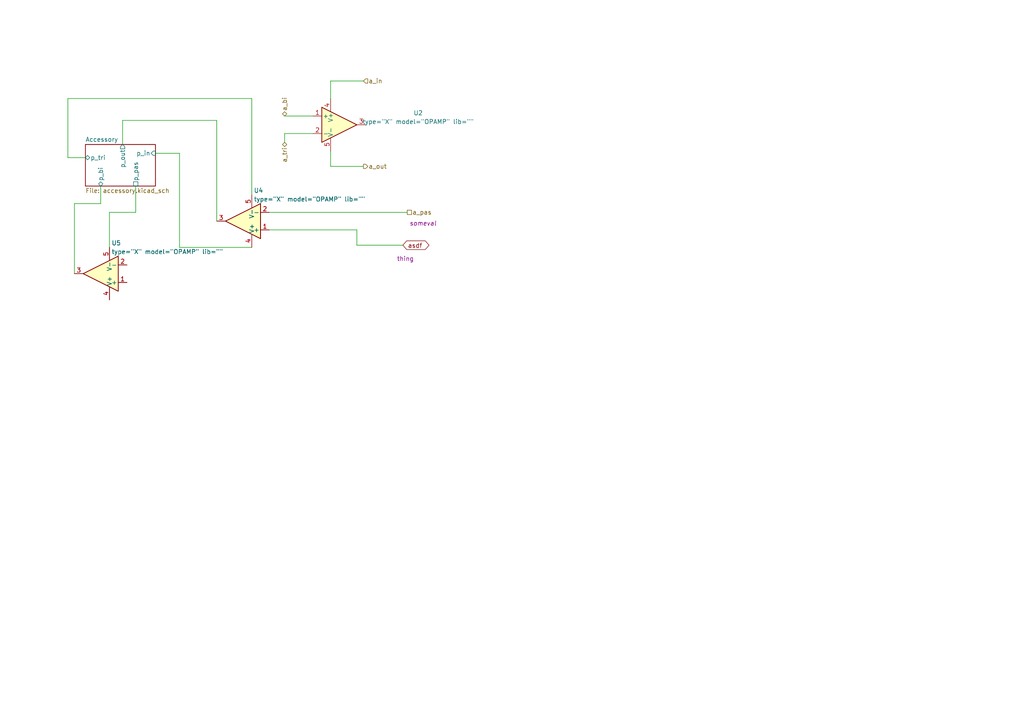
<source format=kicad_sch>
(kicad_sch (version 20230121) (generator eeschema)
  (paper "A4")
  (lib_symbols
    (symbol "Simulation_SPICE:OPAMP" (pin_names (offset 0.254))
      (property "Reference" "U" (at 3.81 3.175 0))
      (property "Value" "${SIM.PARAMS}" (at 3.81 -3.175 0))
      (symbol "OPAMP_0_1"
        (polyline (pts (xy 5.08 0) (xy -5.08 5.08) (xy -5.08 -5.08) (xy 5.08 0)) (stroke (width 0.254)) (fill (type background)))
      )
      (symbol "OPAMP_1_1"
        (pin input line (at -7.62 2.54 0) (length 2.54) (name "+") (number "1"))
        (pin input line (at -7.62 -2.54 0) (length 2.54) (name "-") (number "2"))
        (pin output line (at 7.62 0 180) (length 2.54) (name "~") (number "3"))
        (pin power_in line (at -2.54 7.62 270) (length 3.81) (name "V+") (number "4"))
        (pin power_in line (at -2.54 -7.62 90) (length 3.81) (name "V-") (number "5"))
      )
    )
  )
  (wire (pts (xy 73.025 56.515) (xy 73.025 28.575)))
  (wire (pts (xy 95.885 48.26) (xy 105.41 48.26)))
  (wire (pts (xy 62.865 64.135) (xy 62.865 34.925)))
  (wire (pts (xy 95.885 43.815) (xy 95.885 48.26)))
  (wire (pts (xy 78.105 61.595) (xy 118.11 61.595)))
  (wire (pts (xy 35.56 34.925) (xy 35.56 41.91)))
  (wire (pts (xy 21.59 59.055) (xy 29.21 59.055)))
  (wire (pts (xy 95.885 23.495) (xy 105.41 23.495)))
  (wire (pts (xy 21.59 79.375) (xy 21.59 59.055)))
  (wire (pts (xy 73.025 28.575) (xy 19.685 28.575)))
  (wire (pts (xy 31.75 61.595) (xy 39.37 61.595)))
  (wire (pts (xy 103.505 66.675) (xy 103.505 71.12)))
  (wire (pts (xy 19.685 45.72) (xy 24.765 45.72)))
  (wire (pts (xy 62.865 34.925) (xy 35.56 34.925)))
  (wire (pts (xy 82.55 33.655) (xy 90.805 33.655)))
  (wire (pts (xy 39.37 61.595) (xy 39.37 53.975)))
  (wire (pts (xy 82.55 38.735) (xy 82.55 41.275)))
  (wire (pts (xy 31.75 71.755) (xy 31.75 61.595)))
  (wire (pts (xy 78.105 66.675) (xy 103.505 66.675)))
  (wire (pts (xy 73.025 71.755) (xy 52.07 71.755)))
  (wire (pts (xy 29.21 53.975) (xy 29.21 59.055)))
  (wire (pts (xy 52.07 44.45) (xy 45.085 44.45)))
  (wire (pts (xy 103.505 71.12) (xy 116.84 71.12)))
  (wire (pts (xy 95.885 28.575) (xy 95.885 23.495)))
  (wire (pts (xy 52.07 71.755) (xy 52.07 44.45)))
  (wire (pts (xy 19.685 28.575) (xy 19.685 45.72)))
  (wire (pts (xy 90.805 38.735) (xy 82.55 38.735)))
  (global_label "asdf" (shape tri_state) (at 116.84 71.12 0) (property "Intersheetrefs" "${INTERSHEET_REFS}" (effects hide)) (property "Another" "thing" (at 113.665 74.93 0) (effects (justify left))))
  (hierarchical_label "a_bi" (shape bidirectional) (at 82.55 33.655 90))
  (hierarchical_label "a_in" (shape input) (at 105.41 23.495 0))
  (hierarchical_label "a_pas" (shape passive) (at 118.11 61.595 0) (property "something" "someval" (at 118.745 64.77 0) (effects (font italic) (justify left))))
  (hierarchical_label "a_out" (shape output) (at 105.41 48.26 0))
  (hierarchical_label "a_tri" (shape tri_state) (at 82.55 41.275 270))
  (symbol (lib_id "Simulation_SPICE:OPAMP") (at 29.21 79.375 180) (unit 1)
    (property "Reference" "U5" (at 32.3341 70.485 0) (effects (justify right)))
    (property "Value" "${SIM.PARAMS}" (at 32.3341 73.025 0) (effects (justify right)))
    (property "Sim.Pins" "1=1 2=2 3=3 4=4 5=5" (effects hide))
    (property "Sim.Device" "SPICE" (effects hide))
    (property "Sim.Params" "type=\"X\" model=\"OPAMP\" lib=\"\"" (effects hide))
  )
  (symbol (lib_id "Simulation_SPICE:OPAMP") (at 98.425 36.195 0) (unit 1)
    (property "Reference" "U2" (at 121.285 32.7661 0))
    (property "Value" "${SIM.PARAMS}" (at 121.285 35.3061 0))
    (property "Sim.Pins" "1=1 2=2 3=3 4=4 5=5" (effects hide))
    (property "Sim.Device" "SPICE" (effects hide))
    (property "Sim.Params" "type=\"X\" model=\"OPAMP\" lib=\"\"" (effects hide))
  )
  (symbol (lib_id "Simulation_SPICE:OPAMP") (at 70.485 64.135 180) (unit 1)
    (property "Reference" "U4" (at 73.6091 55.245 0) (effects (justify right)))
    (property "Value" "${SIM.PARAMS}" (at 73.6091 57.785 0) (effects (justify right)))
    (property "Sim.Pins" "1=1 2=2 3=3 4=4 5=5" (effects hide))
    (property "Sim.Device" "SPICE" (effects hide))
    (property "Sim.Params" "type=\"X\" model=\"OPAMP\" lib=\"\"" (effects hide))
  )
  (sheet (at 24.765 41.91) (size 20.32 12.065) (stroke (width 0.1524))
    (property "Sheetname" "Accessory" (at 24.765 41.1984 0) (effects (justify left bottom)))
    (property "Sheetfile" "accessory.kicad_sch" (at 24.765 54.5596 0) (effects (justify left top)))
    (pin "p_tri" tri_state (at 24.765 45.72 180))
    (pin "p_out" output (at 35.56 41.91 90))
    (pin "p_in" input (at 45.085 44.45 0))
    (pin "p_pas" passive (at 39.37 53.975 270))
    (pin "p_bi" bidirectional (at 29.21 53.975 270))
  )
)
</source>
